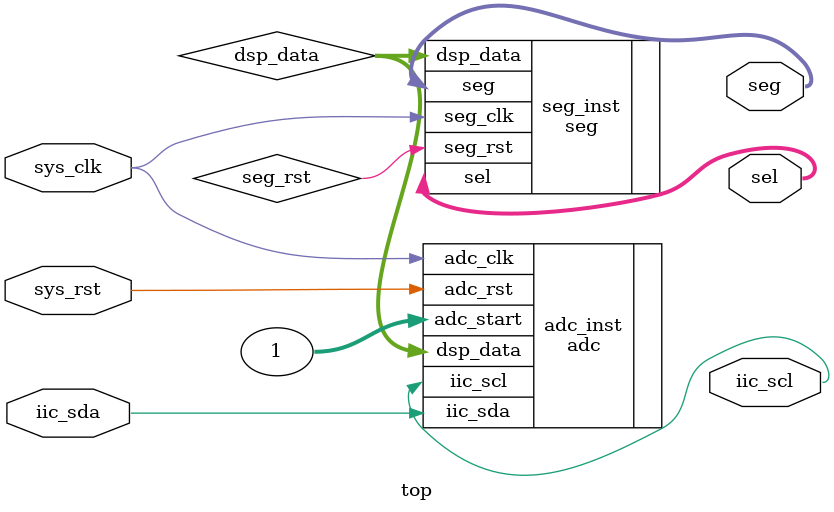
<source format=v>
module top(
    input  wire                         sys_clk               ,
    input  wire                         sys_rst               ,

    output wire        [   7: 0]        seg                   ,
    output wire        [   7: 0]        sel                   ,

    output wire                         iic_scl               ,
    inout  wire                         iic_sda                         
);

wire               [  31: 0]            dsp_data              ;

//ADC驱动模块
adc#(
    .SYS_CLK                          (28'd50_000_000         ),
    .ADC_SCL                          (28'd100_000            ),
    .DEVICE_ADDR                      (7'b1010_100            ) 
)
adc_inst(
    .adc_clk                          (sys_clk                ),
    .adc_rst                          (sys_rst                ),
    .adc_start                        ('d1                    ),// 开启读取ADC操作 强制置1就一直读
    .dsp_data                         (dsp_data               ),// 从ADC读出的数据转换给 数码显示用的数据
    .iic_scl                          (iic_scl                ),
    .iic_sda                          (iic_sda                ) 
);

//数码管显示模块
seg seg_inst(
    .seg_clk                          (sys_clk               ),
    .seg_rst                          (seg_rst               ),
    .dsp_data                         (dsp_data              ),
    .seg                              (seg                   ),
    .sel                              (sel                   ) 
);

endmodule

</source>
